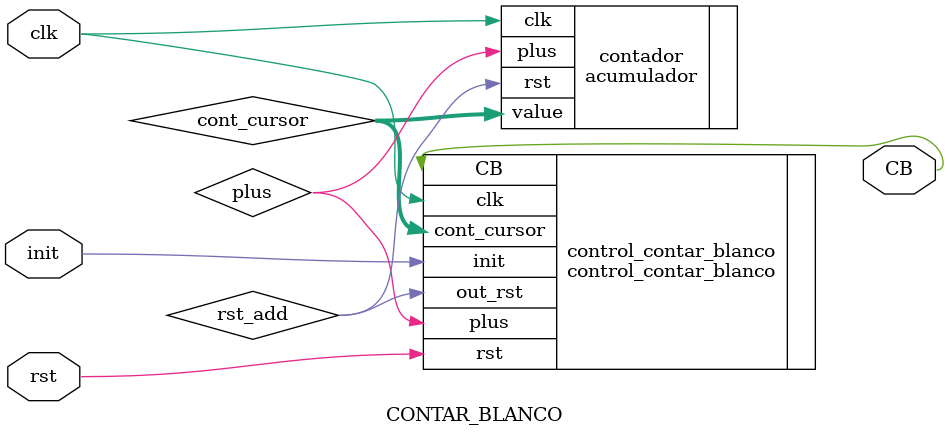
<source format=v>
module CONTAR_BLANCO(
    clk,
    rst,
    init,
    CB
);

    input clk;
    input rst;
    input init;


    wire [23:0] cont_cursor;
    wire plus;
    wire rst_add;


    output wire CB;


    acumulador #(
        .WIDTH(24),
        .RST_VALUE(0),
        .PLUS_VALUE(1),
        .POS_EDGE(1)
    ) contador(
        .clk(clk),
        .rst(rst_add),
        .plus(plus),
        .value(cont_cursor)
    );

    control_contar_blanco control_contar_blanco(
        .clk(clk),
        .rst(rst),
        .init(init),
        .cont_cursor(cont_cursor),
        .CB(CB),
        .plus(plus),
        .out_rst(rst_add)
    );


endmodule
</source>
